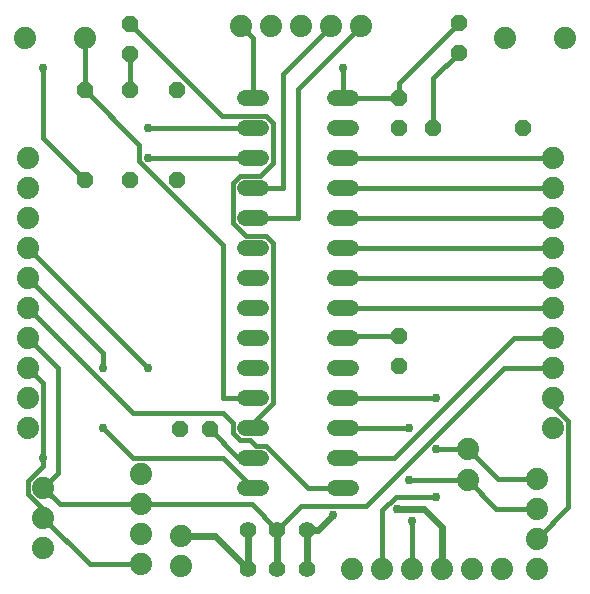
<source format=gbr>
G04 EAGLE Gerber RS-274X export*
G75*
%MOMM*%
%FSLAX34Y34*%
%LPD*%
%INTop Copper*%
%IPPOS*%
%AMOC8*
5,1,8,0,0,1.08239X$1,22.5*%
G01*
%ADD10P,1.429621X8X292.500000*%
%ADD11P,1.429621X8X202.500000*%
%ADD12P,1.429621X8X112.500000*%
%ADD13C,1.320800*%
%ADD14C,1.879600*%
%ADD15C,1.408000*%
%ADD16C,0.609600*%
%ADD17C,0.406400*%
%ADD18C,0.756400*%


D10*
X339090Y419100D03*
X339090Y393700D03*
D11*
X179070Y138430D03*
X153670Y138430D03*
D10*
X339090Y217170D03*
X339090Y191770D03*
X389890Y482600D03*
X389890Y457200D03*
X111760Y481330D03*
X111760Y455930D03*
D11*
X444500Y393700D03*
X368300Y393700D03*
D12*
X111760Y349250D03*
X111760Y425450D03*
X151130Y349250D03*
X151130Y425450D03*
D10*
X73660Y425450D03*
X73660Y349250D03*
D13*
X209296Y419100D02*
X222504Y419100D01*
X222504Y393700D02*
X209296Y393700D01*
X209296Y368300D02*
X222504Y368300D01*
X222504Y342900D02*
X209296Y342900D01*
X209296Y317500D02*
X222504Y317500D01*
X222504Y292100D02*
X209296Y292100D01*
X209296Y266700D02*
X222504Y266700D01*
X222504Y241300D02*
X209296Y241300D01*
X209296Y215900D02*
X222504Y215900D01*
X222504Y190500D02*
X209296Y190500D01*
X209296Y165100D02*
X222504Y165100D01*
X222504Y139700D02*
X209296Y139700D01*
X209296Y114300D02*
X222504Y114300D01*
X222504Y88900D02*
X209296Y88900D01*
X285496Y88900D02*
X298704Y88900D01*
X298704Y114300D02*
X285496Y114300D01*
X285496Y139700D02*
X298704Y139700D01*
X298704Y165100D02*
X285496Y165100D01*
X285496Y190500D02*
X298704Y190500D01*
X298704Y215900D02*
X285496Y215900D01*
X285496Y241300D02*
X298704Y241300D01*
X298704Y266700D02*
X285496Y266700D01*
X285496Y292100D02*
X298704Y292100D01*
X298704Y317500D02*
X285496Y317500D01*
X285496Y342900D02*
X298704Y342900D01*
X298704Y368300D02*
X285496Y368300D01*
X285496Y393700D02*
X298704Y393700D01*
X298704Y419100D02*
X285496Y419100D01*
D14*
X397510Y121920D03*
X397510Y95250D03*
X469900Y368300D03*
X469900Y342900D03*
X469900Y317500D03*
X469900Y292100D03*
X469900Y266700D03*
X469900Y241300D03*
X469900Y215900D03*
X469900Y190500D03*
X469900Y165100D03*
X469900Y139700D03*
X25400Y241300D03*
X25400Y215900D03*
X25400Y190500D03*
X25400Y165100D03*
X25400Y139700D03*
X25400Y368300D03*
X25400Y342900D03*
X25400Y317500D03*
X25400Y292100D03*
X25400Y266700D03*
X38100Y88900D03*
X38100Y63500D03*
X38100Y38100D03*
X154940Y22860D03*
X154940Y48260D03*
D15*
X211220Y53330D03*
X236220Y53330D03*
X261220Y53330D03*
X261220Y20330D03*
X236220Y20330D03*
X211220Y20330D03*
D14*
X120650Y24130D03*
X120650Y49530D03*
X120650Y74930D03*
X120650Y100330D03*
X426720Y20320D03*
X401320Y20320D03*
X375920Y20320D03*
X350520Y20320D03*
X325120Y20320D03*
X299720Y20320D03*
X205740Y480060D03*
X231140Y480060D03*
X256540Y480060D03*
X281940Y480060D03*
X307340Y480060D03*
X455930Y20320D03*
X455930Y45720D03*
X455930Y71120D03*
X455930Y96520D03*
X429260Y469900D03*
X480060Y469900D03*
X73660Y469900D03*
X22860Y469900D03*
D16*
X211220Y53330D02*
X211220Y20330D01*
X183290Y48260D02*
X154940Y48260D01*
X183290Y48260D02*
X211220Y20330D01*
D17*
X292100Y419100D02*
X339090Y419100D01*
X339090Y431800D02*
X389890Y482600D01*
X339090Y431800D02*
X339090Y419100D01*
X120650Y24130D02*
X77470Y24130D01*
X38100Y63500D01*
X25146Y83534D02*
X25146Y94266D01*
X38100Y70580D02*
X38100Y63500D01*
X38100Y70580D02*
X25146Y83534D01*
X38354Y177546D02*
X25400Y190500D01*
X38354Y177546D02*
X38354Y114300D01*
X38354Y107474D01*
X25146Y94266D01*
X292100Y419100D02*
X292100Y444500D01*
D18*
X292100Y444500D03*
D17*
X179070Y138430D02*
X203200Y114300D01*
X215900Y114300D01*
D18*
X38354Y114300D03*
D17*
X469900Y158020D02*
X469900Y165100D01*
X469900Y158020D02*
X482854Y145066D01*
X482854Y72644D01*
X455930Y45720D01*
X73660Y349250D02*
X38100Y384810D01*
X38100Y444500D01*
D18*
X38100Y444500D03*
D16*
X261220Y53330D02*
X261220Y20330D01*
X375920Y20320D02*
X375920Y55880D01*
X360680Y71120D02*
X337820Y71120D01*
D18*
X337820Y71120D03*
X283210Y66040D03*
D16*
X270500Y53330D01*
X261220Y53330D01*
X360680Y71120D02*
X375920Y55880D01*
D17*
X368300Y435610D02*
X389890Y457200D01*
X368300Y435610D02*
X368300Y393700D01*
X111760Y425450D02*
X111760Y455930D01*
X293370Y217170D02*
X292100Y215900D01*
X293370Y217170D02*
X339090Y217170D01*
X215900Y469900D02*
X205740Y480060D01*
X215900Y469900D02*
X215900Y419100D01*
X241300Y439420D02*
X281940Y480060D01*
X241300Y439420D02*
X241300Y342900D01*
X215900Y342900D01*
X254000Y426720D02*
X307340Y480060D01*
X254000Y426720D02*
X254000Y317500D01*
X215900Y317500D01*
X232664Y397908D02*
X226712Y403860D01*
X205088Y353060D02*
X199136Y347108D01*
X226712Y302260D02*
X232664Y296308D01*
X215900Y144128D02*
X215900Y139700D01*
X215900Y144128D02*
X232664Y160892D01*
X189230Y403860D02*
X111760Y481330D01*
X189230Y403860D02*
X226712Y403860D01*
X232664Y364092D02*
X221632Y353060D01*
X205088Y353060D01*
X199136Y313292D02*
X210168Y302260D01*
X226712Y302260D01*
X232664Y364092D02*
X232664Y397908D01*
X199136Y347108D02*
X199136Y313292D01*
X232664Y296308D02*
X232664Y160892D01*
X73660Y425450D02*
X73660Y469900D01*
X190500Y165100D02*
X215900Y165100D01*
X119662Y365261D02*
X119662Y379448D01*
X73660Y425450D01*
X190500Y294423D02*
X190500Y165100D01*
X190500Y294423D02*
X119662Y365261D01*
X422910Y96520D02*
X455930Y96520D01*
X422910Y96520D02*
X397510Y121920D01*
X370840Y121920D01*
D18*
X370840Y121920D03*
X370840Y165100D03*
D17*
X292100Y165100D01*
X397510Y95250D02*
X421640Y71120D01*
X455930Y71120D01*
X397510Y95250D02*
X347980Y95250D01*
D18*
X347980Y95250D03*
X347980Y139700D03*
D17*
X292100Y139700D01*
D18*
X370840Y81280D03*
D17*
X336550Y81280D01*
X325120Y69850D01*
X325120Y20320D01*
D18*
X350520Y60960D03*
D17*
X350520Y20320D01*
D18*
X127000Y393700D03*
D17*
X215900Y393700D01*
X215900Y368300D02*
X127000Y368300D01*
D18*
X127000Y368300D03*
D17*
X25400Y292100D02*
X127000Y190500D01*
D18*
X127000Y190500D03*
D17*
X88900Y203200D02*
X25400Y266700D01*
X88900Y203200D02*
X88900Y190500D01*
D18*
X88900Y190500D03*
X88900Y139700D03*
D17*
X114300Y114300D01*
X190500Y114300D01*
X215900Y88900D01*
X114300Y152400D02*
X25400Y241300D01*
X114300Y152400D02*
X190500Y152400D01*
X199136Y143764D01*
X199136Y135492D01*
X205088Y129540D01*
X213360Y129540D01*
X218440Y124460D02*
X226712Y124460D01*
X262272Y88900D02*
X292100Y88900D01*
X262272Y88900D02*
X226712Y124460D01*
X218440Y124460D02*
X213360Y129540D01*
X292100Y114300D02*
X335280Y114300D01*
X436880Y215900D02*
X469900Y215900D01*
X436880Y215900D02*
X335280Y114300D01*
X292100Y241300D02*
X469900Y241300D01*
X469900Y266700D02*
X292100Y266700D01*
X292100Y292100D02*
X469900Y292100D01*
X469900Y317500D02*
X292100Y317500D01*
X292100Y342900D02*
X469900Y342900D01*
X469900Y368300D02*
X292100Y368300D01*
X50800Y190500D02*
X50800Y101600D01*
X38100Y88900D01*
X50800Y190500D02*
X25400Y215900D01*
X214620Y74930D02*
X236220Y53330D01*
X214620Y74930D02*
X120650Y74930D01*
X236220Y53330D02*
X256550Y73660D01*
X311150Y73660D02*
X427990Y190500D01*
X469900Y190500D01*
X311150Y73660D02*
X256550Y73660D01*
D16*
X236220Y53330D02*
X236220Y20330D01*
D17*
X52070Y74930D02*
X38100Y88900D01*
X52070Y74930D02*
X120650Y74930D01*
M02*

</source>
